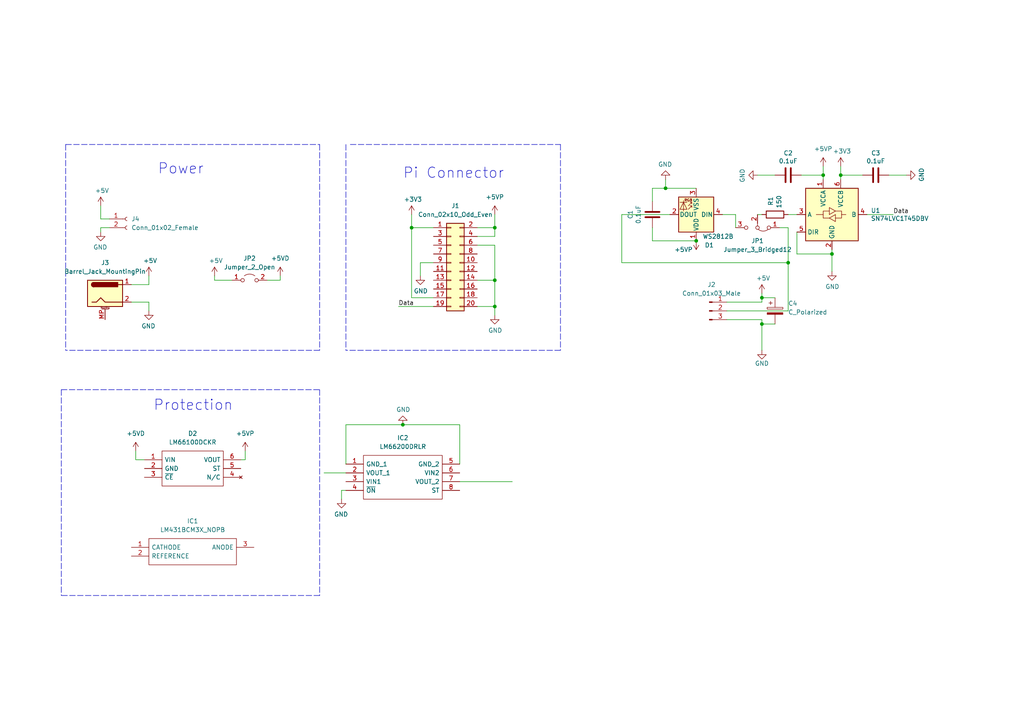
<source format=kicad_sch>
(kicad_sch (version 20211123) (generator eeschema)
  (paper "A4")
  (lib_symbols
    (symbol "Connector:Barrel_Jack_MountingPin" (pin_names hide)
      (property "Reference" "J" (at 0 5.334 0))
      (property "Value" "Barrel_Jack_MountingPin" (at 1.27 -6.35 0))
      (symbol "Barrel_Jack_MountingPin_0_1"
        (rectangle (start -5.08 3.81) (end 5.08 -3.81) (stroke (width 0.254)) (fill (type background)))
        (arc (start -3.302 3.175) (mid -3.937 2.54) (end -3.302 1.905) (stroke (width 0.254)))
        (arc (start -3.302 3.175) (mid -3.937 2.54) (end -3.302 1.905) (stroke (width 0.254)) (fill (type outline)))
        (polyline (pts (xy 5.08 2.54) (xy 3.81 2.54)) (stroke (width 0.254)))
        (polyline (pts (xy -3.81 -2.54) (xy -2.54 -2.54) (xy -1.27 -1.27) (xy 0 -2.54) (xy 2.54 -2.54) (xy 5.08 -2.54)) (stroke (width 0.254)))
        (rectangle (start 3.683 3.175) (end -3.302 1.905) (stroke (width 0.254)) (fill (type outline)))
      )
      (symbol "Barrel_Jack_MountingPin_1_1"
        (polyline (pts (xy -1.016 -4.572) (xy 1.016 -4.572)) (stroke (width 0.1524)))
        (text "Mounting" (at 0 -4.191 0) (effects (font (size 0.381 0.381))))
        (pin passive line (at 7.62 2.54 180) (length 2.54) (name "~") (number "1"))
        (pin passive line (at 7.62 -2.54 180) (length 2.54) (name "~") (number "2"))
        (pin passive line (at 0 -7.62 90) (length 3.048) (name "MountPin") (number "MP"))
      )
    )
    (symbol "Connector:Conn_01x02_Female" (pin_names (offset 1.016) hide)
      (property "Reference" "J" (at 0 2.54 0))
      (property "Value" "Conn_01x02_Female" (at 0 -5.08 0))
      (symbol "Conn_01x02_Female_1_1"
        (arc (start 0 -2.032) (mid -0.508 -2.54) (end 0 -3.048) (stroke (width 0.1524)))
        (polyline (pts (xy -1.27 -2.54) (xy -0.508 -2.54)) (stroke (width 0.1524)))
        (polyline (pts (xy -1.27 0) (xy -0.508 0)) (stroke (width 0.1524)))
        (arc (start 0 0.508) (mid -0.508 0) (end 0 -0.508) (stroke (width 0.1524)))
        (pin passive line (at -5.08 0 0) (length 3.81) (name "Pin_1") (number "1"))
        (pin passive line (at -5.08 -2.54 0) (length 3.81) (name "Pin_2") (number "2"))
      )
    )
    (symbol "Connector:Conn_01x03_Male" (pin_names (offset 1.016) hide)
      (property "Reference" "J" (at 0 5.08 0))
      (property "Value" "Conn_01x03_Male" (at 0 -5.08 0))
      (symbol "Conn_01x03_Male_1_1"
        (polyline (pts (xy 1.27 -2.54) (xy 0.8636 -2.54)) (stroke (width 0.1524)))
        (polyline (pts (xy 1.27 0) (xy 0.8636 0)) (stroke (width 0.1524)))
        (polyline (pts (xy 1.27 2.54) (xy 0.8636 2.54)) (stroke (width 0.1524)))
        (rectangle (start 0.8636 -2.413) (end 0 -2.667) (stroke (width 0.1524)) (fill (type outline)))
        (rectangle (start 0.8636 0.127) (end 0 -0.127) (stroke (width 0.1524)) (fill (type outline)))
        (rectangle (start 0.8636 2.667) (end 0 2.413) (stroke (width 0.1524)) (fill (type outline)))
        (pin passive line (at 5.08 2.54 180) (length 3.81) (name "Pin_1") (number "1"))
        (pin passive line (at 5.08 0 180) (length 3.81) (name "Pin_2") (number "2"))
        (pin passive line (at 5.08 -2.54 180) (length 3.81) (name "Pin_3") (number "3"))
      )
    )
    (symbol "Connector_Generic:Conn_02x10_Odd_Even" (pin_names (offset 1.016) hide)
      (property "Reference" "J" (at 1.27 12.7 0))
      (property "Value" "Conn_02x10_Odd_Even" (at 1.27 -15.24 0))
      (symbol "Conn_02x10_Odd_Even_1_1"
        (rectangle (start -1.27 -12.573) (end 0 -12.827) (stroke (width 0.1524)))
        (rectangle (start -1.27 -10.033) (end 0 -10.287) (stroke (width 0.1524)))
        (rectangle (start -1.27 -7.493) (end 0 -7.747) (stroke (width 0.1524)))
        (rectangle (start -1.27 -4.953) (end 0 -5.207) (stroke (width 0.1524)))
        (rectangle (start -1.27 -2.413) (end 0 -2.667) (stroke (width 0.1524)))
        (rectangle (start -1.27 0.127) (end 0 -0.127) (stroke (width 0.1524)))
        (rectangle (start -1.27 2.667) (end 0 2.413) (stroke (width 0.1524)))
        (rectangle (start -1.27 5.207) (end 0 4.953) (stroke (width 0.1524)))
        (rectangle (start -1.27 7.747) (end 0 7.493) (stroke (width 0.1524)))
        (rectangle (start -1.27 10.287) (end 0 10.033) (stroke (width 0.1524)))
        (rectangle (start -1.27 11.43) (end 3.81 -13.97) (stroke (width 0.254)) (fill (type background)))
        (rectangle (start 3.81 -12.573) (end 2.54 -12.827) (stroke (width 0.1524)))
        (rectangle (start 3.81 -10.033) (end 2.54 -10.287) (stroke (width 0.1524)))
        (rectangle (start 3.81 -7.493) (end 2.54 -7.747) (stroke (width 0.1524)))
        (rectangle (start 3.81 -4.953) (end 2.54 -5.207) (stroke (width 0.1524)))
        (rectangle (start 3.81 -2.413) (end 2.54 -2.667) (stroke (width 0.1524)))
        (rectangle (start 3.81 0.127) (end 2.54 -0.127) (stroke (width 0.1524)))
        (rectangle (start 3.81 2.667) (end 2.54 2.413) (stroke (width 0.1524)))
        (rectangle (start 3.81 5.207) (end 2.54 4.953) (stroke (width 0.1524)))
        (rectangle (start 3.81 7.747) (end 2.54 7.493) (stroke (width 0.1524)))
        (rectangle (start 3.81 10.287) (end 2.54 10.033) (stroke (width 0.1524)))
        (pin passive line (at -5.08 10.16 0) (length 3.81) (name "Pin_1") (number "1"))
        (pin passive line (at 7.62 0 180) (length 3.81) (name "Pin_10") (number "10"))
        (pin passive line (at -5.08 -2.54 0) (length 3.81) (name "Pin_11") (number "11"))
        (pin passive line (at 7.62 -2.54 180) (length 3.81) (name "Pin_12") (number "12"))
        (pin passive line (at -5.08 -5.08 0) (length 3.81) (name "Pin_13") (number "13"))
        (pin passive line (at 7.62 -5.08 180) (length 3.81) (name "Pin_14") (number "14"))
        (pin passive line (at -5.08 -7.62 0) (length 3.81) (name "Pin_15") (number "15"))
        (pin passive line (at 7.62 -7.62 180) (length 3.81) (name "Pin_16") (number "16"))
        (pin passive line (at -5.08 -10.16 0) (length 3.81) (name "Pin_17") (number "17"))
        (pin passive line (at 7.62 -10.16 180) (length 3.81) (name "Pin_18") (number "18"))
        (pin passive line (at -5.08 -12.7 0) (length 3.81) (name "Pin_19") (number "19"))
        (pin passive line (at 7.62 10.16 180) (length 3.81) (name "Pin_2") (number "2"))
        (pin passive line (at 7.62 -12.7 180) (length 3.81) (name "Pin_20") (number "20"))
        (pin passive line (at -5.08 7.62 0) (length 3.81) (name "Pin_3") (number "3"))
        (pin passive line (at 7.62 7.62 180) (length 3.81) (name "Pin_4") (number "4"))
        (pin passive line (at -5.08 5.08 0) (length 3.81) (name "Pin_5") (number "5"))
        (pin passive line (at 7.62 5.08 180) (length 3.81) (name "Pin_6") (number "6"))
        (pin passive line (at -5.08 2.54 0) (length 3.81) (name "Pin_7") (number "7"))
        (pin passive line (at 7.62 2.54 180) (length 3.81) (name "Pin_8") (number "8"))
        (pin passive line (at -5.08 0 0) (length 3.81) (name "Pin_9") (number "9"))
      )
    )
    (symbol "Device:C" (pin_numbers hide) (pin_names (offset 0.254))
      (property "Reference" "C" (at 0.635 2.54 0))
      (property "Value" "C" (at 0.635 -2.54 0))
      (symbol "C_0_1"
        (polyline (pts (xy -2.032 -0.762) (xy 2.032 -0.762)) (stroke (width 0.508)))
        (polyline (pts (xy -2.032 0.762) (xy 2.032 0.762)) (stroke (width 0.508)))
      )
      (symbol "C_1_1"
        (pin passive line (at 0 3.81 270) (length 2.794) (name "~") (number "1"))
        (pin passive line (at 0 -3.81 90) (length 2.794) (name "~") (number "2"))
      )
    )
    (symbol "Device:C_Polarized" (pin_numbers hide) (pin_names (offset 0.254))
      (property "Reference" "C" (at 0.635 2.54 0))
      (property "Value" "C_Polarized" (at 0.635 -2.54 0))
      (symbol "C_Polarized_0_1"
        (rectangle (start -2.286 0.508) (end 2.286 1.016))
        (polyline (pts (xy -1.778 2.286) (xy -0.762 2.286)))
        (polyline (pts (xy -1.27 2.794) (xy -1.27 1.778)))
        (rectangle (start 2.286 -0.508) (end -2.286 -1.016) (fill (type outline)))
      )
      (symbol "C_Polarized_1_1"
        (pin passive line (at 0 3.81 270) (length 2.794) (name "~") (number "1"))
        (pin passive line (at 0 -3.81 90) (length 2.794) (name "~") (number "2"))
      )
    )
    (symbol "Device:R" (pin_numbers hide) (pin_names (offset 0))
      (property "Reference" "R" (at 2.032 0 90))
      (property "Value" "R" (at 0 0 90))
      (symbol "R_0_1"
        (rectangle (start -1.016 -2.54) (end 1.016 2.54) (stroke (width 0.254)))
      )
      (symbol "R_1_1"
        (pin passive line (at 0 3.81 270) (length 1.27) (name "~") (number "1"))
        (pin passive line (at 0 -3.81 90) (length 1.27) (name "~") (number "2"))
      )
    )
    (symbol "Jumper:Jumper_2_Open" (pin_names (offset 0) hide)
      (property "Reference" "JP" (at 0 2.794 0))
      (property "Value" "Jumper_2_Open" (at 0 -2.286 0))
      (symbol "Jumper_2_Open_0_0"
        (circle (center -2.032 0) (radius 0.508))
        (circle (center 2.032 0) (radius 0.508))
      )
      (symbol "Jumper_2_Open_0_1"
        (arc (start 1.524 1.27) (mid 0 1.778) (end -1.524 1.27))
      )
      (symbol "Jumper_2_Open_1_1"
        (pin passive line (at -5.08 0 0) (length 2.54) (name "A") (number "1"))
        (pin passive line (at 5.08 0 180) (length 2.54) (name "B") (number "2"))
      )
    )
    (symbol "Jumper:Jumper_3_Bridged12" (pin_names (offset 0) hide)
      (property "Reference" "JP" (at -2.54 -2.54 0))
      (property "Value" "Jumper_3_Bridged12" (at 0 2.794 0))
      (symbol "Jumper_3_Bridged12_0_0"
        (circle (center -3.302 0) (radius 0.508))
        (circle (center 0 0) (radius 0.508))
        (circle (center 3.302 0) (radius 0.508))
      )
      (symbol "Jumper_3_Bridged12_0_1"
        (arc (start -0.254 0.508) (mid -1.651 0.9912) (end -3.048 0.508))
        (polyline (pts (xy 0 -1.27) (xy 0 -0.508)))
      )
      (symbol "Jumper_3_Bridged12_1_1"
        (pin passive line (at -6.35 0 0) (length 2.54) (name "A") (number "1"))
        (pin input line (at 0 -3.81 90) (length 2.54) (name "C") (number "2"))
        (pin passive line (at 6.35 0 180) (length 2.54) (name "B") (number "3"))
      )
    )
    (symbol "LED:WS2812B" (pin_names (offset 0.254))
      (property "Reference" "D" (at 5.08 5.715 0))
      (property "Value" "WS2812B" (at 1.27 -5.715 0))
      (symbol "WS2812B_0_0"
        (text "RGB" (at 2.286 -4.191 0) (effects (font (size 0.762 0.762))))
      )
      (symbol "WS2812B_0_1"
        (polyline (pts (xy 1.27 -3.556) (xy 1.778 -3.556)))
        (polyline (pts (xy 1.27 -2.54) (xy 1.778 -2.54)))
        (polyline (pts (xy 4.699 -3.556) (xy 2.667 -3.556)))
        (polyline (pts (xy 2.286 -2.54) (xy 1.27 -3.556) (xy 1.27 -3.048)))
        (polyline (pts (xy 2.286 -1.524) (xy 1.27 -2.54) (xy 1.27 -2.032)))
        (polyline (pts (xy 3.683 -1.016) (xy 3.683 -3.556) (xy 3.683 -4.064)))
        (polyline (pts (xy 4.699 -1.524) (xy 2.667 -1.524) (xy 3.683 -3.556) (xy 4.699 -1.524)))
        (rectangle (start 5.08 5.08) (end -5.08 -5.08) (stroke (width 0.254)) (fill (type background)))
      )
      (symbol "WS2812B_1_1"
        (pin power_in line (at 0 7.62 270) (length 2.54) (name "VDD") (number "1"))
        (pin output line (at 7.62 0 180) (length 2.54) (name "DOUT") (number "2"))
        (pin power_in line (at 0 -7.62 90) (length 2.54) (name "VSS") (number "3"))
        (pin input line (at -7.62 0 0) (length 2.54) (name "DIN") (number "4"))
      )
    )
    (symbol "LM431BCM3X_NOPB:LM431BCM3X_NOPB" (pin_names (offset 0.762))
      (property "Reference" "IC" (at 31.75 7.62 0))
      (property "Value" "LM431BCM3X_NOPB" (at 31.75 5.08 0))
      (symbol "LM431BCM3X_NOPB_0_0"
        (pin passive line (at 0 0 0) (length 5.08) (name "CATHODE") (number "1"))
        (pin passive line (at 0 -2.54 0) (length 5.08) (name "REFERENCE") (number "2"))
        (pin passive line (at 35.56 0 180) (length 5.08) (name "ANODE") (number "3"))
      )
      (symbol "LM431BCM3X_NOPB_0_1"
        (polyline (pts (xy 5.08 2.54) (xy 30.48 2.54) (xy 30.48 -5.08) (xy 5.08 -5.08) (xy 5.08 2.54)) (stroke (width 0.1524)))
      )
    )
    (symbol "LM66100DCKR:LM66100DCKR" (pin_names (offset 0.762))
      (property "Reference" "D" (at 24.13 7.62 0))
      (property "Value" "LM66100DCKR" (at 24.13 5.08 0))
      (symbol "LM66100DCKR_0_0"
        (pin passive line (at 0 0 0) (length 5.08) (name "VIN") (number "1"))
        (pin passive line (at 0 -2.54 0) (length 5.08) (name "GND") (number "2"))
        (pin passive line (at 0 -5.08 0) (length 5.08) (name "~{CE}") (number "3"))
        (pin no_connect line (at 27.94 -5.08 180) (length 5.08) (name "N/C") (number "4"))
        (pin passive line (at 27.94 -2.54 180) (length 5.08) (name "ST") (number "5"))
        (pin passive line (at 27.94 0 180) (length 5.08) (name "VOUT") (number "6"))
      )
      (symbol "LM66100DCKR_0_1"
        (polyline (pts (xy 5.08 2.54) (xy 22.86 2.54) (xy 22.86 -7.62) (xy 5.08 -7.62) (xy 5.08 2.54)) (stroke (width 0.1524)))
      )
    )
    (symbol "LM66200DRLR:LM66200DRLR" (pin_names (offset 0.762))
      (property "Reference" "IC" (at 29.21 7.62 0))
      (property "Value" "LM66200DRLR" (at 29.21 5.08 0))
      (symbol "LM66200DRLR_0_0"
        (pin passive line (at 0 0 0) (length 5.08) (name "GND_1") (number "1"))
        (pin passive line (at 0 -2.54 0) (length 5.08) (name "VOUT_1") (number "2"))
        (pin passive line (at 0 -5.08 0) (length 5.08) (name "VIN1") (number "3"))
        (pin passive line (at 0 -7.62 0) (length 5.08) (name "~{ON}") (number "4"))
        (pin passive line (at 33.02 0 180) (length 5.08) (name "GND_2") (number "5"))
        (pin passive line (at 33.02 -2.54 180) (length 5.08) (name "VIN2") (number "6"))
        (pin passive line (at 33.02 -5.08 180) (length 5.08) (name "VOUT_2") (number "7"))
        (pin passive line (at 33.02 -7.62 180) (length 5.08) (name "ST") (number "8"))
      )
      (symbol "LM66200DRLR_0_1"
        (polyline (pts (xy 5.08 2.54) (xy 27.94 2.54) (xy 27.94 -10.16) (xy 5.08 -10.16) (xy 5.08 2.54)) (stroke (width 0.1524)))
      )
    )
    (symbol "Logic_LevelTranslator:SN74LVC1T45DBV"
      (property "Reference" "U" (at -6.35 8.89 0))
      (property "Value" "SN74LVC1T45DBV" (at 3.81 8.89 0))
      (symbol "SN74LVC1T45DBV_0_1"
        (rectangle (start -7.62 7.62) (end 7.62 -7.62) (stroke (width 0.254)) (fill (type background)))
        (polyline (pts (xy -2.54 0) (xy -2.54 1.016) (xy -0.762 1.016)))
        (polyline (pts (xy 2.794 0) (xy 2.794 -1.016) (xy 1.016 -1.016)))
        (polyline (pts (xy -0.762 -1.016) (xy -2.54 -1.016) (xy -2.54 0) (xy -4.572 0)))
        (polyline (pts (xy -0.762 0) (xy -0.762 2.032) (xy 1.016 1.016) (xy -0.762 0)))
        (polyline (pts (xy 1.016 1.016) (xy 2.794 1.016) (xy 2.794 0) (xy 4.064 0)))
        (polyline (pts (xy 1.016 0) (xy 1.016 -1.778) (xy 1.016 -2.032) (xy -0.762 -1.016) (xy 1.016 0)))
      )
      (symbol "SN74LVC1T45DBV_1_1"
        (pin power_in line (at -2.54 10.16 270) (length 2.54) (name "VCCA") (number "1"))
        (pin power_in line (at 0 -10.16 90) (length 2.54) (name "GND") (number "2"))
        (pin bidirectional line (at -10.16 0 0) (length 2.54) (name "A") (number "3"))
        (pin bidirectional line (at 10.16 0 180) (length 2.54) (name "B") (number "4"))
        (pin input line (at -10.16 -5.08 0) (length 2.54) (name "DIR") (number "5"))
        (pin power_in line (at 2.54 10.16 270) (length 2.54) (name "VCCB") (number "6"))
      )
    )
    (symbol "power:+3.3V" (power) (pin_names (offset 0))
      (property "Value" "+3.3V" (at 0 3.556 0))
      (symbol "+3.3V_0_1"
        (polyline (pts (xy -0.762 1.27) (xy 0 2.54)))
        (polyline (pts (xy 0 0) (xy 0 2.54)))
        (polyline (pts (xy 0 2.54) (xy 0.762 1.27)))
      )
      (symbol "+3.3V_1_1"
        (pin power_in line (at 0 0 90) (length 0) hide (name "+3V3") (number "1"))
      )
    )
    (symbol "power:+5V" (power) (pin_names (offset 0))
      (property "Value" "+5V" (at 0 3.556 0))
      (symbol "+5V_0_1"
        (polyline (pts (xy -0.762 1.27) (xy 0 2.54)))
        (polyline (pts (xy 0 0) (xy 0 2.54)))
        (polyline (pts (xy 0 2.54) (xy 0.762 1.27)))
      )
      (symbol "+5V_1_1"
        (pin power_in line (at 0 0 90) (length 0) hide (name "+5V") (number "1"))
      )
    )
    (symbol "power:+5VD" (power) (pin_names (offset 0))
      (property "Value" "+5VD" (at 0 3.556 0))
      (symbol "+5VD_0_1"
        (polyline (pts (xy -0.762 1.27) (xy 0 2.54)))
        (polyline (pts (xy 0 0) (xy 0 2.54)))
        (polyline (pts (xy 0 2.54) (xy 0.762 1.27)))
      )
      (symbol "+5VD_1_1"
        (pin power_in line (at 0 0 90) (length 0) hide (name "+5VD") (number "1"))
      )
    )
    (symbol "power:+5VP" (power) (pin_names (offset 0))
      (property "Value" "+5VP" (at 0 3.556 0))
      (symbol "+5VP_0_1"
        (polyline (pts (xy -0.762 1.27) (xy 0 2.54)))
        (polyline (pts (xy 0 0) (xy 0 2.54)))
        (polyline (pts (xy 0 2.54) (xy 0.762 1.27)))
      )
      (symbol "+5VP_1_1"
        (pin power_in line (at 0 0 90) (length 0) hide (name "+5VP") (number "1"))
      )
    )
    (symbol "power:GND" (power) (pin_names (offset 0))
      (property "Value" "GND" (at 0 -3.81 0))
      (symbol "GND_0_1"
        (polyline (pts (xy 0 0) (xy 0 -1.27) (xy 1.27 -1.27) (xy 0 -2.54) (xy -1.27 -1.27) (xy 0 -1.27)))
      )
      (symbol "GND_1_1"
        (pin power_in line (at 0 0 270) (length 0) hide (name "GND") (number "1"))
      )
    )
  )
  (junction (at 243.84 50.8))
  (junction (at 220.98 86.36))
  (junction (at 241.3 73.66))
  (junction (at 116.84 123.19))
  (junction (at 238.76 50.8))
  (junction (at 119.38 66.04))
  (junction (at 220.98 93.98))
  (junction (at 143.51 66.04))
  (junction (at 201.93 69.85))
  (junction (at 143.51 81.28))
  (junction (at 228.6 76.2))
  (junction (at 193.04 54.61))
  (junction (at 143.51 88.9))
  (wire (pts (xy 133.35 139.7) (xy 148.59 139.7)))
  (wire (pts (xy 138.43 71.12) (xy 143.51 71.12)))
  (wire (pts (xy 121.92 80.01) (xy 121.92 76.2)))
  (wire (pts (xy 220.98 86.36) (xy 224.79 86.36)))
  (wire (pts (xy 189.23 66.04) (xy 189.23 69.85)))
  (wire (pts (xy 219.71 62.23) (xy 220.98 62.23)))
  (wire (pts (xy 93.98 137.16) (xy 100.33 137.16)))
  (wire (pts (xy 220.98 93.98) (xy 224.79 93.98)))
  (wire (pts (xy 67.31 81.28) (xy 62.23 81.28)))
  (wire (pts (xy 193.04 52.07) (xy 193.04 54.61)))
  (wire (pts (xy 228.6 66.04) (xy 228.6 76.2)))
  (polyline (pts (xy 162.56 41.91) (xy 162.56 101.6)))
  (wire (pts (xy 262.89 50.8) (xy 257.81 50.8)))
  (wire (pts (xy 243.84 50.8) (xy 243.84 48.26)))
  (polyline (pts (xy 17.78 113.03) (xy 17.78 172.72)))
  (wire (pts (xy 180.34 62.23) (xy 180.34 76.2)))
  (polyline (pts (xy 92.71 101.6) (xy 19.05 101.6)))
  (wire (pts (xy 213.36 66.04) (xy 213.36 62.23)))
  (wire (pts (xy 180.34 76.2) (xy 228.6 76.2)))
  (wire (pts (xy 43.18 82.55) (xy 38.1 82.55)))
  (wire (pts (xy 138.43 88.9) (xy 143.51 88.9)))
  (wire (pts (xy 121.92 76.2) (xy 125.73 76.2)))
  (wire (pts (xy 133.35 123.19) (xy 116.84 123.19)))
  (wire (pts (xy 228.6 62.23) (xy 231.14 62.23)))
  (polyline (pts (xy 92.71 172.72) (xy 17.78 172.72)))
  (wire (pts (xy 241.3 73.66) (xy 241.3 72.39)))
  (polyline (pts (xy 19.05 41.91) (xy 92.71 41.91)))
  (wire (pts (xy 189.23 54.61) (xy 193.04 54.61)))
  (wire (pts (xy 62.23 81.28) (xy 62.23 80.01)))
  (wire (pts (xy 193.04 54.61) (xy 201.93 54.61)))
  (wire (pts (xy 100.33 123.19) (xy 100.33 134.62)))
  (wire (pts (xy 99.06 144.78) (xy 99.06 142.24)))
  (wire (pts (xy 213.36 62.23) (xy 209.55 62.23)))
  (wire (pts (xy 133.35 134.62) (xy 133.35 123.19)))
  (wire (pts (xy 39.37 130.81) (xy 39.37 133.35)))
  (polyline (pts (xy 100.33 41.91) (xy 100.33 101.6)))
  (wire (pts (xy 241.3 73.66) (xy 231.14 73.66)))
  (wire (pts (xy 81.28 80.01) (xy 81.28 81.28)))
  (wire (pts (xy 210.82 92.71) (xy 220.98 92.71)))
  (wire (pts (xy 231.14 73.66) (xy 231.14 67.31)))
  (wire (pts (xy 250.19 50.8) (xy 243.84 50.8)))
  (wire (pts (xy 194.31 62.23) (xy 180.34 62.23)))
  (polyline (pts (xy 92.71 41.91) (xy 92.71 101.6)))
  (wire (pts (xy 43.18 80.01) (xy 43.18 82.55)))
  (wire (pts (xy 143.51 68.58) (xy 143.51 66.04)))
  (wire (pts (xy 116.84 123.19) (xy 100.33 123.19)))
  (wire (pts (xy 220.98 92.71) (xy 220.98 93.98)))
  (wire (pts (xy 228.6 76.2) (xy 228.6 90.17)))
  (wire (pts (xy 143.51 71.12) (xy 143.51 81.28)))
  (wire (pts (xy 29.21 67.31) (xy 29.21 66.04)))
  (wire (pts (xy 219.71 50.8) (xy 224.79 50.8)))
  (polyline (pts (xy 17.78 113.03) (xy 92.71 113.03)))
  (wire (pts (xy 143.51 66.04) (xy 138.43 66.04)))
  (wire (pts (xy 220.98 85.09) (xy 220.98 86.36)))
  (wire (pts (xy 39.37 133.35) (xy 41.91 133.35)))
  (wire (pts (xy 99.06 142.24) (xy 100.33 142.24)))
  (wire (pts (xy 125.73 86.36) (xy 119.38 86.36)))
  (wire (pts (xy 238.76 50.8) (xy 232.41 50.8)))
  (wire (pts (xy 220.98 93.98) (xy 220.98 101.6)))
  (wire (pts (xy 143.51 81.28) (xy 143.51 88.9)))
  (polyline (pts (xy 92.71 113.03) (xy 92.71 172.72)))
  (wire (pts (xy 119.38 86.36) (xy 119.38 66.04)))
  (wire (pts (xy 238.76 50.8) (xy 238.76 48.26)))
  (polyline (pts (xy 101.6 41.91) (xy 162.56 41.91)))
  (wire (pts (xy 238.76 52.07) (xy 238.76 50.8)))
  (wire (pts (xy 29.21 63.5) (xy 29.21 59.69)))
  (wire (pts (xy 119.38 66.04) (xy 119.38 62.23)))
  (wire (pts (xy 143.51 88.9) (xy 143.51 91.44)))
  (polyline (pts (xy 19.05 41.91) (xy 19.05 101.6)))
  (wire (pts (xy 119.38 66.04) (xy 125.73 66.04)))
  (wire (pts (xy 138.43 68.58) (xy 143.51 68.58)))
  (wire (pts (xy 43.18 87.63) (xy 43.18 90.17)))
  (wire (pts (xy 138.43 81.28) (xy 143.51 81.28)))
  (wire (pts (xy 77.47 81.28) (xy 81.28 81.28)))
  (wire (pts (xy 143.51 62.23) (xy 143.51 66.04)))
  (wire (pts (xy 220.98 86.36) (xy 220.98 87.63)))
  (wire (pts (xy 31.75 63.5) (xy 29.21 63.5)))
  (wire (pts (xy 226.06 66.04) (xy 228.6 66.04)))
  (wire (pts (xy 38.1 87.63) (xy 43.18 87.63)))
  (wire (pts (xy 210.82 87.63) (xy 220.98 87.63)))
  (polyline (pts (xy 162.56 101.6) (xy 100.33 101.6)))
  (wire (pts (xy 71.12 130.81) (xy 71.12 133.35)))
  (wire (pts (xy 241.3 78.74) (xy 241.3 73.66)))
  (wire (pts (xy 251.46 62.23) (xy 259.08 62.23)))
  (wire (pts (xy 29.21 66.04) (xy 31.75 66.04)))
  (wire (pts (xy 115.57 88.9) (xy 125.73 88.9)))
  (wire (pts (xy 189.23 69.85) (xy 201.93 69.85)))
  (wire (pts (xy 189.23 58.42) (xy 189.23 54.61)))
  (wire (pts (xy 243.84 52.07) (xy 243.84 50.8)))
  (wire (pts (xy 210.82 90.17) (xy 228.6 90.17)))
  (wire (pts (xy 69.85 133.35) (xy 71.12 133.35)))
  (text "Protection" (at 44.45 119.38 0) (effects (font (size 3 3)) (justify left bottom)))
  (text "Power" (at 45.72 50.8 0) (effects (font (size 3 3)) (justify left bottom)))
  (text "Pi Connector" (at 116.84 52.07 0) (effects (font (size 3 3)) (justify left bottom)))
  (label "Data" (at 115.57 88.9 0))
  (label "Data" (at 259.08 62.23 0))
  (symbol (lib_id "power:+5V") (at 62.23 80.01 0) (unit 1)
    (property "Reference" "#PWR0116" (effects hide))
    (property "Value" "+5V" (at 62.611 75.6158 0))
  )
  (symbol (lib_id "power:+5VP") (at 143.51 62.23 0) (unit 1)
    (property "Reference" "#PWR0110" (effects hide))
    (property "Value" "+5VP" (at 143.51 57.15 0))
  )
  (symbol (lib_id "power:+5VP") (at 71.12 130.81 0) (unit 1)
    (property "Reference" "#PWR0120" (effects hide))
    (property "Value" "+5VP" (at 71.12 125.73 0))
  )
  (symbol (lib_id "power:+5VP") (at 201.93 69.85 180) (unit 1)
    (property "Reference" "#PWR0103" (effects hide))
    (property "Value" "+5VP" (at 195.58 72.39 0) (effects (justify right)))
  )
  (symbol (lib_id "Device:C") (at 189.23 62.23 0) (unit 1)
    (property "Reference" "C1" (at 182.8292 62.23 90))
    (property "Value" "0.1uF" (at 185.1406 62.23 90))
    (property "Footprint" "Capacitor_SMD:C_0603_1608Metric" (effects hide))
  )
  (symbol (lib_id "Jumper:Jumper_3_Bridged12") (at 219.71 66.04 180) (unit 1)
    (property "Reference" "JP1" (at 219.71 69.85 0))
    (property "Value" "Jumper_3_Bridged12" (at 219.71 72.39 0))
    (property "Footprint" "Jumper:SolderJumper-3_P1.3mm_Bridged12_Pad1.0x1.5mm" (effects hide))
  )
  (symbol (lib_id "power:GND") (at 193.04 52.07 180) (unit 1)
    (property "Reference" "#PWR0105" (effects hide))
    (property "Value" "GND" (at 192.913 47.6758 0))
  )
  (symbol (lib_id "power:+5VD") (at 39.37 130.81 0) (unit 1)
    (property "Reference" "#PWR0121" (effects hide))
    (property "Value" "+5VD" (at 39.37 125.73 0))
  )
  (symbol (lib_id "power:GND") (at 116.84 123.19 0) (mirror x) (unit 1)
    (property "Reference" "#PWR?" (effects hide))
    (property "Value" "GND" (at 116.967 118.7958 0))
  )
  (symbol (lib_id "power:+3.3V") (at 119.38 62.23 0) (unit 1)
    (property "Reference" "#PWR0113" (effects hide))
    (property "Value" "+3.3V" (at 119.761 57.8358 0))
  )
  (symbol (lib_id "power:GND") (at 121.92 80.01 0) (unit 1)
    (property "Reference" "#PWR0112" (effects hide))
    (property "Value" "GND" (at 122.047 84.4042 0))
  )
  (symbol (lib_id "power:+3.3V") (at 243.84 48.26 0) (unit 1)
    (property "Reference" "#PWR0108" (effects hide))
    (property "Value" "+3.3V" (at 244.221 43.8658 0))
  )
  (symbol (lib_id "power:GND") (at 143.51 91.44 0) (unit 1)
    (property "Reference" "#PWR0111" (effects hide))
    (property "Value" "GND" (at 143.637 95.8342 0))
  )
  (symbol (lib_id "power:+5V") (at 220.98 85.09 0) (unit 1)
    (property "Reference" "#PWR0104" (effects hide))
    (property "Value" "+5V" (at 221.361 80.6958 0))
  )
  (symbol (lib_id "power:+5V") (at 43.18 80.01 0) (unit 1)
    (property "Reference" "#PWR0115" (effects hide))
    (property "Value" "+5V" (at 43.561 75.6158 0))
  )
  (symbol (lib_id "Connector:Conn_01x03_Male") (at 205.74 90.17 0) (unit 1)
    (property "Reference" "J2" (at 206.375 82.55 0))
    (property "Value" "Conn_01x03_Male" (at 206.375 85.09 0))
    (property "Footprint" "Connector_PinHeader_2.54mm:PinHeader_1x03_P2.54mm_Vertical" (effects hide))
  )
  (symbol (lib_id "power:GND") (at 43.18 90.17 0) (mirror y) (unit 1)
    (property "Reference" "#PWR0114" (effects hide))
    (property "Value" "GND" (at 43.053 94.5642 0))
  )
  (symbol (lib_id "Device:C") (at 254 50.8 270) (unit 1)
    (property "Reference" "C3" (at 254 44.3992 90))
    (property "Value" "0.1uF" (at 254 46.7106 90))
    (property "Footprint" "Capacitor_SMD:C_0603_1608Metric" (effects hide))
  )
  (symbol (lib_id "Connector:Barrel_Jack_MountingPin") (at 30.48 85.09 0) (unit 1)
    (property "Reference" "J3" (at 30.48 76.2 0))
    (property "Value" "Barrel_Jack_MountingPin" (at 30.48 78.74 0))
    (property "Footprint" "Connector_BarrelJack:BarrelJack_Horizontal" (effects hide))
  )
  (symbol (lib_id "power:+5VD") (at 81.28 80.01 0) (unit 1)
    (property "Reference" "#PWR0117" (effects hide))
    (property "Value" "+5VD" (at 81.28 74.93 0))
  )
  (symbol (lib_id "power:GND") (at 219.71 50.8 270) (unit 1)
    (property "Reference" "#PWR0106" (effects hide))
    (property "Value" "GND" (at 215.3158 50.927 0))
  )
  (symbol (lib_id "LED:WS2812B") (at 201.93 62.23 180) (unit 1)
    (property "Reference" "D1" (at 205.74 71.12 0))
    (property "Value" "WS2812B" (at 208.28 68.58 0))
    (property "Footprint" "LED_SMD:LED_WS2812B_PLCC4_5.0x5.0mm_P3.2mm" (effects hide))
    (property "Datasheet" "https://cdn-shop.adafruit.com/datasheets/WS2812B.pdf" (effects hide))
  )
  (symbol (lib_id "LM431BCM3X_NOPB:LM431BCM3X_NOPB") (at 38.1 158.75 0) (unit 1)
    (property "Reference" "IC1" (at 55.88 151.13 0))
    (property "Value" "LM431BCM3X_NOPB" (at 55.88 153.67 0))
    (property "Footprint" "LM431BCM3X:SOT95P237X95-3N" (effects hide))
    (property "Datasheet" "http://www.ti.com/lit/gpn/lm431" (effects hide))
    (property "Description" "2%, 1%, or 0.5% accuracy, adjustable precision Zener shunt regulator" (effects hide))
    (property "Height" "0.95" (effects hide))
    (property "Manufacturer_Name" "Texas Instruments" (effects hide))
    (property "Manufacturer_Part_Number" "LM431BCM3X/NOPB" (effects hide))
    (property "Mouser Part Number" "926-LM431BCM3X/NOPB" (effects hide))
    (property "Mouser Price/Stock" "https://www.mouser.co.uk/ProductDetail/Texas-Instruments/LM431BCM3X-NOPB?qs=QbsRYf82W3GeR8HgTZL3Rg%3D%3D" (effects hide))
    (property "Arrow Part Number" "LM431BCM3X/NOPB" (effects hide))
    (property "Arrow Price/Stock" "https://www.arrow.com/en/products/lm431bcm3xnopb/texas-instruments" (effects hide))
  )
  (symbol (lib_id "Connector_Generic:Conn_02x10_Odd_Even") (at 130.81 76.2 0) (unit 1)
    (property "Reference" "J1" (at 132.08 59.69 0))
    (property "Value" "Conn_02x10_Odd_Even" (at 132.08 62.23 0))
    (property "Footprint" "Connector_PinSocket_2.54mm:PinSocket_2x10_P2.54mm_Vertical" (effects hide))
  )
  (symbol (lib_id "Device:R") (at 224.79 62.23 90) (unit 1)
    (property "Reference" "R1" (at 223.52 59.69 0) (effects (justify left)))
    (property "Value" "150" (at 225.933 60.452 0) (effects (justify left)))
    (property "Footprint" "Resistor_SMD:R_0805_2012Metric" (effects hide))
  )
  (symbol (lib_id "LM66100DCKR:LM66100DCKR") (at 41.91 133.35 0) (unit 1)
    (property "Reference" "D2" (at 55.88 125.73 0))
    (property "Value" "LM66100DCKR" (at 55.88 128.27 0))
    (property "Footprint" "SOP65P210X110-6N" (effects hide))
    (property "Datasheet" "http://www.ti.com/lit/gpn/LM66100" (effects hide))
    (property "Description" "+/-6-V, Low IQ ideal diode with input polarity protection" (effects hide))
    (property "Height" "1.1" (effects hide))
    (property "Manufacturer_Name" "Texas Instruments" (effects hide))
    (property "Manufacturer_Part_Number" "LM66100DCKR" (effects hide))
    (property "Mouser Part Number" "595-LM66100DCKR" (effects hide))
    (property "Mouser Price/Stock" "https://www.mouser.co.uk/ProductDetail/Texas-Instruments/LM66100DCKR?qs=vLWxofP3U2y2yPPrXoBBoA%3D%3D" (effects hide))
    (property "Arrow Part Number" "LM66100DCKR" (effects hide))
    (property "Arrow Price/Stock" "https://www.arrow.com/en/products/lm66100dckr/texas-instruments?region=nac" (effects hide))
  )
  (symbol (lib_id "Device:C_Polarized") (at 224.79 90.17 0) (unit 1)
    (property "Reference" "C4" (at 228.6 88.0109 0) (effects (justify left)))
    (property "Value" "C_Polarized" (at 228.6 90.5509 0) (effects (justify left)))
    (property "Footprint" "Capacitor_THT:CP_Radial_D4.0mm_P1.50mm" (effects hide))
  )
  (symbol (lib_id "Device:C") (at 228.6 50.8 270) (unit 1)
    (property "Reference" "C2" (at 228.6 44.3992 90))
    (property "Value" "0.1uF" (at 228.6 46.7106 90))
    (property "Footprint" "Capacitor_SMD:C_0603_1608Metric" (effects hide))
  )
  (symbol (lib_id "Jumper:Jumper_2_Open") (at 72.39 81.28 0) (unit 1)
    (property "Reference" "JP2" (at 72.39 74.93 0))
    (property "Value" "Jumper_2_Open" (at 72.39 77.47 0))
    (property "Footprint" "Jumper:SolderJumper-2_P1.3mm_Open_Pad1.0x1.5mm" (effects hide))
  )
  (symbol (lib_id "Logic_LevelTranslator:SN74LVC1T45DBV") (at 241.3 62.23 0) (unit 1)
    (property "Reference" "U1" (at 252.5776 61.0616 0) (effects (justify left)))
    (property "Value" "SN74LVC1T45DBV" (at 252.5776 63.373 0) (effects (justify left)))
    (property "Footprint" "Package_TO_SOT_SMD:SOT-23-6" (effects hide))
    (property "Datasheet" "http://www.ti.com/lit/ds/symlink/sn74lvc1t45.pdf" (effects hide))
  )
  (symbol (lib_id "power:GND") (at 220.98 101.6 0) (unit 1)
    (property "Reference" "#PWR0102" (effects hide))
    (property "Value" "GND" (at 220.98 105.41 0))
  )
  (symbol (lib_id "power:+5VP") (at 238.76 48.26 0) (unit 1)
    (property "Reference" "#PWR0107" (effects hide))
    (property "Value" "+5VP" (at 238.76 43.18 0))
  )
  (symbol (lib_id "Connector:Conn_01x02_Female") (at 36.83 63.5 0) (unit 1)
    (property "Reference" "J4" (at 38.1 63.4999 0) (effects (justify left)))
    (property "Value" "Conn_01x02_Female" (at 38.1 66.0399 0) (effects (justify left)))
    (property "Footprint" "Connector_PinHeader_2.54mm:PinHeader_1x02_P2.54mm_Vertical" (effects hide))
  )
  (symbol (lib_id "power:GND") (at 262.89 50.8 90) (unit 1)
    (property "Reference" "#PWR0109" (effects hide))
    (property "Value" "GND" (at 267.2842 50.673 0))
  )
  (symbol (lib_id "power:GND") (at 99.06 144.78 0) (mirror y) (unit 1)
    (property "Reference" "#PWR?" (effects hide))
    (property "Value" "GND" (at 98.933 149.1742 0))
  )
  (symbol (lib_id "LM66200DRLR:LM66200DRLR") (at 100.33 134.62 0) (unit 1)
    (property "Reference" "IC2" (at 116.84 127 0))
    (property "Value" "LM66200DRLR" (at 116.84 129.54 0))
    (property "Footprint" "SOTFL50P160X60-8N" (effects hide))
    (property "Datasheet" "https://www.ti.com/lit/gpn/lm66200" (effects hide))
    (property "Description" "1.6-V to 5.5-V, 40-m, 2.5-A, low-IQ, dual ideal diode" (effects hide))
    (property "Height" "0.6" (effects hide))
    (property "Manufacturer_Name" "Texas Instruments" (effects hide))
    (property "Manufacturer_Part_Number" "LM66200DRLR" (effects hide))
  )
  (symbol (lib_id "power:GND") (at 29.21 67.31 0) (mirror y) (unit 1)
    (property "Reference" "#PWR0118" (effects hide))
    (property "Value" "GND" (at 29.083 71.7042 0))
  )
  (symbol (lib_id "power:GND") (at 241.3 78.74 0) (unit 1)
    (property "Reference" "#PWR0101" (effects hide))
    (property "Value" "GND" (at 241.427 83.1342 0))
  )
  (symbol (lib_id "power:+5V") (at 29.21 59.69 0) (unit 1)
    (property "Reference" "#PWR0119" (effects hide))
    (property "Value" "+5V" (at 29.591 55.2958 0))
  )
)
</source>
